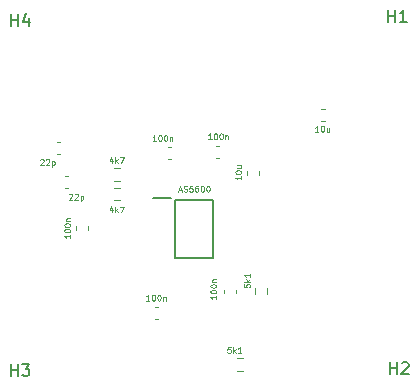
<source format=gbr>
%TF.GenerationSoftware,KiCad,Pcbnew,9.0.7*%
%TF.CreationDate,2026-02-19T19:28:42+05:30*%
%TF.ProjectId,breakout_board,62726561-6b6f-4757-945f-626f6172642e,rev?*%
%TF.SameCoordinates,Original*%
%TF.FileFunction,Legend,Top*%
%TF.FilePolarity,Positive*%
%FSLAX46Y46*%
G04 Gerber Fmt 4.6, Leading zero omitted, Abs format (unit mm)*
G04 Created by KiCad (PCBNEW 9.0.7) date 2026-02-19 19:28:42*
%MOMM*%
%LPD*%
G01*
G04 APERTURE LIST*
%ADD10C,0.125000*%
%ADD11C,0.150000*%
%ADD12C,0.120000*%
%ADD13C,0.200000*%
G04 APERTURE END LIST*
D10*
X129945677Y-71725809D02*
X129659963Y-71725809D01*
X129802820Y-71725809D02*
X129802820Y-71225809D01*
X129802820Y-71225809D02*
X129755201Y-71297238D01*
X129755201Y-71297238D02*
X129707582Y-71344857D01*
X129707582Y-71344857D02*
X129659963Y-71368666D01*
X130255200Y-71225809D02*
X130302819Y-71225809D01*
X130302819Y-71225809D02*
X130350438Y-71249619D01*
X130350438Y-71249619D02*
X130374248Y-71273428D01*
X130374248Y-71273428D02*
X130398057Y-71321047D01*
X130398057Y-71321047D02*
X130421867Y-71416285D01*
X130421867Y-71416285D02*
X130421867Y-71535333D01*
X130421867Y-71535333D02*
X130398057Y-71630571D01*
X130398057Y-71630571D02*
X130374248Y-71678190D01*
X130374248Y-71678190D02*
X130350438Y-71702000D01*
X130350438Y-71702000D02*
X130302819Y-71725809D01*
X130302819Y-71725809D02*
X130255200Y-71725809D01*
X130255200Y-71725809D02*
X130207581Y-71702000D01*
X130207581Y-71702000D02*
X130183772Y-71678190D01*
X130183772Y-71678190D02*
X130159962Y-71630571D01*
X130159962Y-71630571D02*
X130136153Y-71535333D01*
X130136153Y-71535333D02*
X130136153Y-71416285D01*
X130136153Y-71416285D02*
X130159962Y-71321047D01*
X130159962Y-71321047D02*
X130183772Y-71273428D01*
X130183772Y-71273428D02*
X130207581Y-71249619D01*
X130207581Y-71249619D02*
X130255200Y-71225809D01*
X130731390Y-71225809D02*
X130779009Y-71225809D01*
X130779009Y-71225809D02*
X130826628Y-71249619D01*
X130826628Y-71249619D02*
X130850438Y-71273428D01*
X130850438Y-71273428D02*
X130874247Y-71321047D01*
X130874247Y-71321047D02*
X130898057Y-71416285D01*
X130898057Y-71416285D02*
X130898057Y-71535333D01*
X130898057Y-71535333D02*
X130874247Y-71630571D01*
X130874247Y-71630571D02*
X130850438Y-71678190D01*
X130850438Y-71678190D02*
X130826628Y-71702000D01*
X130826628Y-71702000D02*
X130779009Y-71725809D01*
X130779009Y-71725809D02*
X130731390Y-71725809D01*
X130731390Y-71725809D02*
X130683771Y-71702000D01*
X130683771Y-71702000D02*
X130659962Y-71678190D01*
X130659962Y-71678190D02*
X130636152Y-71630571D01*
X130636152Y-71630571D02*
X130612343Y-71535333D01*
X130612343Y-71535333D02*
X130612343Y-71416285D01*
X130612343Y-71416285D02*
X130636152Y-71321047D01*
X130636152Y-71321047D02*
X130659962Y-71273428D01*
X130659962Y-71273428D02*
X130683771Y-71249619D01*
X130683771Y-71249619D02*
X130731390Y-71225809D01*
X131112342Y-71392476D02*
X131112342Y-71725809D01*
X131112342Y-71440095D02*
X131136152Y-71416285D01*
X131136152Y-71416285D02*
X131183771Y-71392476D01*
X131183771Y-71392476D02*
X131255199Y-71392476D01*
X131255199Y-71392476D02*
X131302818Y-71416285D01*
X131302818Y-71416285D02*
X131326628Y-71463904D01*
X131326628Y-71463904D02*
X131326628Y-71725809D01*
X134644677Y-71573409D02*
X134358963Y-71573409D01*
X134501820Y-71573409D02*
X134501820Y-71073409D01*
X134501820Y-71073409D02*
X134454201Y-71144838D01*
X134454201Y-71144838D02*
X134406582Y-71192457D01*
X134406582Y-71192457D02*
X134358963Y-71216266D01*
X134954200Y-71073409D02*
X135001819Y-71073409D01*
X135001819Y-71073409D02*
X135049438Y-71097219D01*
X135049438Y-71097219D02*
X135073248Y-71121028D01*
X135073248Y-71121028D02*
X135097057Y-71168647D01*
X135097057Y-71168647D02*
X135120867Y-71263885D01*
X135120867Y-71263885D02*
X135120867Y-71382933D01*
X135120867Y-71382933D02*
X135097057Y-71478171D01*
X135097057Y-71478171D02*
X135073248Y-71525790D01*
X135073248Y-71525790D02*
X135049438Y-71549600D01*
X135049438Y-71549600D02*
X135001819Y-71573409D01*
X135001819Y-71573409D02*
X134954200Y-71573409D01*
X134954200Y-71573409D02*
X134906581Y-71549600D01*
X134906581Y-71549600D02*
X134882772Y-71525790D01*
X134882772Y-71525790D02*
X134858962Y-71478171D01*
X134858962Y-71478171D02*
X134835153Y-71382933D01*
X134835153Y-71382933D02*
X134835153Y-71263885D01*
X134835153Y-71263885D02*
X134858962Y-71168647D01*
X134858962Y-71168647D02*
X134882772Y-71121028D01*
X134882772Y-71121028D02*
X134906581Y-71097219D01*
X134906581Y-71097219D02*
X134954200Y-71073409D01*
X135430390Y-71073409D02*
X135478009Y-71073409D01*
X135478009Y-71073409D02*
X135525628Y-71097219D01*
X135525628Y-71097219D02*
X135549438Y-71121028D01*
X135549438Y-71121028D02*
X135573247Y-71168647D01*
X135573247Y-71168647D02*
X135597057Y-71263885D01*
X135597057Y-71263885D02*
X135597057Y-71382933D01*
X135597057Y-71382933D02*
X135573247Y-71478171D01*
X135573247Y-71478171D02*
X135549438Y-71525790D01*
X135549438Y-71525790D02*
X135525628Y-71549600D01*
X135525628Y-71549600D02*
X135478009Y-71573409D01*
X135478009Y-71573409D02*
X135430390Y-71573409D01*
X135430390Y-71573409D02*
X135382771Y-71549600D01*
X135382771Y-71549600D02*
X135358962Y-71525790D01*
X135358962Y-71525790D02*
X135335152Y-71478171D01*
X135335152Y-71478171D02*
X135311343Y-71382933D01*
X135311343Y-71382933D02*
X135311343Y-71263885D01*
X135311343Y-71263885D02*
X135335152Y-71168647D01*
X135335152Y-71168647D02*
X135358962Y-71121028D01*
X135358962Y-71121028D02*
X135382771Y-71097219D01*
X135382771Y-71097219D02*
X135430390Y-71073409D01*
X135811342Y-71240076D02*
X135811342Y-71573409D01*
X135811342Y-71287695D02*
X135835152Y-71263885D01*
X135835152Y-71263885D02*
X135882771Y-71240076D01*
X135882771Y-71240076D02*
X135954199Y-71240076D01*
X135954199Y-71240076D02*
X136001818Y-71263885D01*
X136001818Y-71263885D02*
X136025628Y-71311504D01*
X136025628Y-71311504D02*
X136025628Y-71573409D01*
X120144458Y-73305428D02*
X120168267Y-73281619D01*
X120168267Y-73281619D02*
X120215886Y-73257809D01*
X120215886Y-73257809D02*
X120334934Y-73257809D01*
X120334934Y-73257809D02*
X120382553Y-73281619D01*
X120382553Y-73281619D02*
X120406362Y-73305428D01*
X120406362Y-73305428D02*
X120430172Y-73353047D01*
X120430172Y-73353047D02*
X120430172Y-73400666D01*
X120430172Y-73400666D02*
X120406362Y-73472095D01*
X120406362Y-73472095D02*
X120120648Y-73757809D01*
X120120648Y-73757809D02*
X120430172Y-73757809D01*
X120620648Y-73305428D02*
X120644457Y-73281619D01*
X120644457Y-73281619D02*
X120692076Y-73257809D01*
X120692076Y-73257809D02*
X120811124Y-73257809D01*
X120811124Y-73257809D02*
X120858743Y-73281619D01*
X120858743Y-73281619D02*
X120882552Y-73305428D01*
X120882552Y-73305428D02*
X120906362Y-73353047D01*
X120906362Y-73353047D02*
X120906362Y-73400666D01*
X120906362Y-73400666D02*
X120882552Y-73472095D01*
X120882552Y-73472095D02*
X120596838Y-73757809D01*
X120596838Y-73757809D02*
X120906362Y-73757809D01*
X121120647Y-73424476D02*
X121120647Y-73924476D01*
X121120647Y-73448285D02*
X121168266Y-73424476D01*
X121168266Y-73424476D02*
X121263504Y-73424476D01*
X121263504Y-73424476D02*
X121311123Y-73448285D01*
X121311123Y-73448285D02*
X121334933Y-73472095D01*
X121334933Y-73472095D02*
X121358742Y-73519714D01*
X121358742Y-73519714D02*
X121358742Y-73662571D01*
X121358742Y-73662571D02*
X121334933Y-73710190D01*
X121334933Y-73710190D02*
X121311123Y-73734000D01*
X121311123Y-73734000D02*
X121263504Y-73757809D01*
X121263504Y-73757809D02*
X121168266Y-73757809D01*
X121168266Y-73757809D02*
X121120647Y-73734000D01*
X126248362Y-77437676D02*
X126248362Y-77771009D01*
X126129314Y-77247200D02*
X126010267Y-77604342D01*
X126010267Y-77604342D02*
X126319790Y-77604342D01*
X126510266Y-77771009D02*
X126510266Y-77271009D01*
X126557885Y-77580533D02*
X126700742Y-77771009D01*
X126700742Y-77437676D02*
X126510266Y-77628152D01*
X126867409Y-77271009D02*
X127200742Y-77271009D01*
X127200742Y-77271009D02*
X126986457Y-77771009D01*
X137156209Y-74692627D02*
X137156209Y-74978341D01*
X137156209Y-74835484D02*
X136656209Y-74835484D01*
X136656209Y-74835484D02*
X136727638Y-74883103D01*
X136727638Y-74883103D02*
X136775257Y-74930722D01*
X136775257Y-74930722D02*
X136799066Y-74978341D01*
X136656209Y-74383104D02*
X136656209Y-74335485D01*
X136656209Y-74335485D02*
X136680019Y-74287866D01*
X136680019Y-74287866D02*
X136703828Y-74264056D01*
X136703828Y-74264056D02*
X136751447Y-74240247D01*
X136751447Y-74240247D02*
X136846685Y-74216437D01*
X136846685Y-74216437D02*
X136965733Y-74216437D01*
X136965733Y-74216437D02*
X137060971Y-74240247D01*
X137060971Y-74240247D02*
X137108590Y-74264056D01*
X137108590Y-74264056D02*
X137132400Y-74287866D01*
X137132400Y-74287866D02*
X137156209Y-74335485D01*
X137156209Y-74335485D02*
X137156209Y-74383104D01*
X137156209Y-74383104D02*
X137132400Y-74430723D01*
X137132400Y-74430723D02*
X137108590Y-74454532D01*
X137108590Y-74454532D02*
X137060971Y-74478342D01*
X137060971Y-74478342D02*
X136965733Y-74502151D01*
X136965733Y-74502151D02*
X136846685Y-74502151D01*
X136846685Y-74502151D02*
X136751447Y-74478342D01*
X136751447Y-74478342D02*
X136703828Y-74454532D01*
X136703828Y-74454532D02*
X136680019Y-74430723D01*
X136680019Y-74430723D02*
X136656209Y-74383104D01*
X136822876Y-73787866D02*
X137156209Y-73787866D01*
X136822876Y-74002152D02*
X137084780Y-74002152D01*
X137084780Y-74002152D02*
X137132400Y-73978342D01*
X137132400Y-73978342D02*
X137156209Y-73930723D01*
X137156209Y-73930723D02*
X137156209Y-73859295D01*
X137156209Y-73859295D02*
X137132400Y-73811676D01*
X137132400Y-73811676D02*
X137108590Y-73787866D01*
X136254371Y-89158209D02*
X136016276Y-89158209D01*
X136016276Y-89158209D02*
X135992467Y-89396304D01*
X135992467Y-89396304D02*
X136016276Y-89372495D01*
X136016276Y-89372495D02*
X136063895Y-89348685D01*
X136063895Y-89348685D02*
X136182943Y-89348685D01*
X136182943Y-89348685D02*
X136230562Y-89372495D01*
X136230562Y-89372495D02*
X136254371Y-89396304D01*
X136254371Y-89396304D02*
X136278181Y-89443923D01*
X136278181Y-89443923D02*
X136278181Y-89562971D01*
X136278181Y-89562971D02*
X136254371Y-89610590D01*
X136254371Y-89610590D02*
X136230562Y-89634400D01*
X136230562Y-89634400D02*
X136182943Y-89658209D01*
X136182943Y-89658209D02*
X136063895Y-89658209D01*
X136063895Y-89658209D02*
X136016276Y-89634400D01*
X136016276Y-89634400D02*
X135992467Y-89610590D01*
X136492466Y-89658209D02*
X136492466Y-89158209D01*
X136540085Y-89467733D02*
X136682942Y-89658209D01*
X136682942Y-89324876D02*
X136492466Y-89515352D01*
X137159133Y-89658209D02*
X136873419Y-89658209D01*
X137016276Y-89658209D02*
X137016276Y-89158209D01*
X137016276Y-89158209D02*
X136968657Y-89229638D01*
X136968657Y-89229638D02*
X136921038Y-89277257D01*
X136921038Y-89277257D02*
X136873419Y-89301066D01*
X135048009Y-84811322D02*
X135048009Y-85097036D01*
X135048009Y-84954179D02*
X134548009Y-84954179D01*
X134548009Y-84954179D02*
X134619438Y-85001798D01*
X134619438Y-85001798D02*
X134667057Y-85049417D01*
X134667057Y-85049417D02*
X134690866Y-85097036D01*
X134548009Y-84501799D02*
X134548009Y-84454180D01*
X134548009Y-84454180D02*
X134571819Y-84406561D01*
X134571819Y-84406561D02*
X134595628Y-84382751D01*
X134595628Y-84382751D02*
X134643247Y-84358942D01*
X134643247Y-84358942D02*
X134738485Y-84335132D01*
X134738485Y-84335132D02*
X134857533Y-84335132D01*
X134857533Y-84335132D02*
X134952771Y-84358942D01*
X134952771Y-84358942D02*
X135000390Y-84382751D01*
X135000390Y-84382751D02*
X135024200Y-84406561D01*
X135024200Y-84406561D02*
X135048009Y-84454180D01*
X135048009Y-84454180D02*
X135048009Y-84501799D01*
X135048009Y-84501799D02*
X135024200Y-84549418D01*
X135024200Y-84549418D02*
X135000390Y-84573227D01*
X135000390Y-84573227D02*
X134952771Y-84597037D01*
X134952771Y-84597037D02*
X134857533Y-84620846D01*
X134857533Y-84620846D02*
X134738485Y-84620846D01*
X134738485Y-84620846D02*
X134643247Y-84597037D01*
X134643247Y-84597037D02*
X134595628Y-84573227D01*
X134595628Y-84573227D02*
X134571819Y-84549418D01*
X134571819Y-84549418D02*
X134548009Y-84501799D01*
X134548009Y-84025609D02*
X134548009Y-83977990D01*
X134548009Y-83977990D02*
X134571819Y-83930371D01*
X134571819Y-83930371D02*
X134595628Y-83906561D01*
X134595628Y-83906561D02*
X134643247Y-83882752D01*
X134643247Y-83882752D02*
X134738485Y-83858942D01*
X134738485Y-83858942D02*
X134857533Y-83858942D01*
X134857533Y-83858942D02*
X134952771Y-83882752D01*
X134952771Y-83882752D02*
X135000390Y-83906561D01*
X135000390Y-83906561D02*
X135024200Y-83930371D01*
X135024200Y-83930371D02*
X135048009Y-83977990D01*
X135048009Y-83977990D02*
X135048009Y-84025609D01*
X135048009Y-84025609D02*
X135024200Y-84073228D01*
X135024200Y-84073228D02*
X135000390Y-84097037D01*
X135000390Y-84097037D02*
X134952771Y-84120847D01*
X134952771Y-84120847D02*
X134857533Y-84144656D01*
X134857533Y-84144656D02*
X134738485Y-84144656D01*
X134738485Y-84144656D02*
X134643247Y-84120847D01*
X134643247Y-84120847D02*
X134595628Y-84097037D01*
X134595628Y-84097037D02*
X134571819Y-84073228D01*
X134571819Y-84073228D02*
X134548009Y-84025609D01*
X134714676Y-83644657D02*
X135048009Y-83644657D01*
X134762295Y-83644657D02*
X134738485Y-83620847D01*
X134738485Y-83620847D02*
X134714676Y-83573228D01*
X134714676Y-83573228D02*
X134714676Y-83501800D01*
X134714676Y-83501800D02*
X134738485Y-83454181D01*
X134738485Y-83454181D02*
X134786104Y-83430371D01*
X134786104Y-83430371D02*
X135048009Y-83430371D01*
X122678209Y-79655122D02*
X122678209Y-79940836D01*
X122678209Y-79797979D02*
X122178209Y-79797979D01*
X122178209Y-79797979D02*
X122249638Y-79845598D01*
X122249638Y-79845598D02*
X122297257Y-79893217D01*
X122297257Y-79893217D02*
X122321066Y-79940836D01*
X122178209Y-79345599D02*
X122178209Y-79297980D01*
X122178209Y-79297980D02*
X122202019Y-79250361D01*
X122202019Y-79250361D02*
X122225828Y-79226551D01*
X122225828Y-79226551D02*
X122273447Y-79202742D01*
X122273447Y-79202742D02*
X122368685Y-79178932D01*
X122368685Y-79178932D02*
X122487733Y-79178932D01*
X122487733Y-79178932D02*
X122582971Y-79202742D01*
X122582971Y-79202742D02*
X122630590Y-79226551D01*
X122630590Y-79226551D02*
X122654400Y-79250361D01*
X122654400Y-79250361D02*
X122678209Y-79297980D01*
X122678209Y-79297980D02*
X122678209Y-79345599D01*
X122678209Y-79345599D02*
X122654400Y-79393218D01*
X122654400Y-79393218D02*
X122630590Y-79417027D01*
X122630590Y-79417027D02*
X122582971Y-79440837D01*
X122582971Y-79440837D02*
X122487733Y-79464646D01*
X122487733Y-79464646D02*
X122368685Y-79464646D01*
X122368685Y-79464646D02*
X122273447Y-79440837D01*
X122273447Y-79440837D02*
X122225828Y-79417027D01*
X122225828Y-79417027D02*
X122202019Y-79393218D01*
X122202019Y-79393218D02*
X122178209Y-79345599D01*
X122178209Y-78869409D02*
X122178209Y-78821790D01*
X122178209Y-78821790D02*
X122202019Y-78774171D01*
X122202019Y-78774171D02*
X122225828Y-78750361D01*
X122225828Y-78750361D02*
X122273447Y-78726552D01*
X122273447Y-78726552D02*
X122368685Y-78702742D01*
X122368685Y-78702742D02*
X122487733Y-78702742D01*
X122487733Y-78702742D02*
X122582971Y-78726552D01*
X122582971Y-78726552D02*
X122630590Y-78750361D01*
X122630590Y-78750361D02*
X122654400Y-78774171D01*
X122654400Y-78774171D02*
X122678209Y-78821790D01*
X122678209Y-78821790D02*
X122678209Y-78869409D01*
X122678209Y-78869409D02*
X122654400Y-78917028D01*
X122654400Y-78917028D02*
X122630590Y-78940837D01*
X122630590Y-78940837D02*
X122582971Y-78964647D01*
X122582971Y-78964647D02*
X122487733Y-78988456D01*
X122487733Y-78988456D02*
X122368685Y-78988456D01*
X122368685Y-78988456D02*
X122273447Y-78964647D01*
X122273447Y-78964647D02*
X122225828Y-78940837D01*
X122225828Y-78940837D02*
X122202019Y-78917028D01*
X122202019Y-78917028D02*
X122178209Y-78869409D01*
X122344876Y-78488457D02*
X122678209Y-78488457D01*
X122392495Y-78488457D02*
X122368685Y-78464647D01*
X122368685Y-78464647D02*
X122344876Y-78417028D01*
X122344876Y-78417028D02*
X122344876Y-78345600D01*
X122344876Y-78345600D02*
X122368685Y-78297981D01*
X122368685Y-78297981D02*
X122416304Y-78274171D01*
X122416304Y-78274171D02*
X122678209Y-78274171D01*
D11*
X149606095Y-61641419D02*
X149606095Y-60641419D01*
X149606095Y-61117609D02*
X150177523Y-61117609D01*
X150177523Y-61641419D02*
X150177523Y-60641419D01*
X151177523Y-61641419D02*
X150606095Y-61641419D01*
X150891809Y-61641419D02*
X150891809Y-60641419D01*
X150891809Y-60641419D02*
X150796571Y-60784276D01*
X150796571Y-60784276D02*
X150701333Y-60879514D01*
X150701333Y-60879514D02*
X150606095Y-60927133D01*
X149758495Y-91461019D02*
X149758495Y-90461019D01*
X149758495Y-90937209D02*
X150329923Y-90937209D01*
X150329923Y-91461019D02*
X150329923Y-90461019D01*
X150758495Y-90556257D02*
X150806114Y-90508638D01*
X150806114Y-90508638D02*
X150901352Y-90461019D01*
X150901352Y-90461019D02*
X151139447Y-90461019D01*
X151139447Y-90461019D02*
X151234685Y-90508638D01*
X151234685Y-90508638D02*
X151282304Y-90556257D01*
X151282304Y-90556257D02*
X151329923Y-90651495D01*
X151329923Y-90651495D02*
X151329923Y-90746733D01*
X151329923Y-90746733D02*
X151282304Y-90889590D01*
X151282304Y-90889590D02*
X150710876Y-91461019D01*
X150710876Y-91461019D02*
X151329923Y-91461019D01*
X117652895Y-91613419D02*
X117652895Y-90613419D01*
X117652895Y-91089609D02*
X118224323Y-91089609D01*
X118224323Y-91613419D02*
X118224323Y-90613419D01*
X118605276Y-90613419D02*
X119224323Y-90613419D01*
X119224323Y-90613419D02*
X118890990Y-90994371D01*
X118890990Y-90994371D02*
X119033847Y-90994371D01*
X119033847Y-90994371D02*
X119129085Y-91041990D01*
X119129085Y-91041990D02*
X119176704Y-91089609D01*
X119176704Y-91089609D02*
X119224323Y-91184847D01*
X119224323Y-91184847D02*
X119224323Y-91422942D01*
X119224323Y-91422942D02*
X119176704Y-91518180D01*
X119176704Y-91518180D02*
X119129085Y-91565800D01*
X119129085Y-91565800D02*
X119033847Y-91613419D01*
X119033847Y-91613419D02*
X118748133Y-91613419D01*
X118748133Y-91613419D02*
X118652895Y-91565800D01*
X118652895Y-91565800D02*
X118605276Y-91518180D01*
X117678295Y-61971619D02*
X117678295Y-60971619D01*
X117678295Y-61447809D02*
X118249723Y-61447809D01*
X118249723Y-61971619D02*
X118249723Y-60971619D01*
X119154485Y-61304952D02*
X119154485Y-61971619D01*
X118916390Y-60924000D02*
X118678295Y-61638285D01*
X118678295Y-61638285D02*
X119297342Y-61638285D01*
D10*
X143696572Y-70938409D02*
X143410858Y-70938409D01*
X143553715Y-70938409D02*
X143553715Y-70438409D01*
X143553715Y-70438409D02*
X143506096Y-70509838D01*
X143506096Y-70509838D02*
X143458477Y-70557457D01*
X143458477Y-70557457D02*
X143410858Y-70581266D01*
X144006095Y-70438409D02*
X144053714Y-70438409D01*
X144053714Y-70438409D02*
X144101333Y-70462219D01*
X144101333Y-70462219D02*
X144125143Y-70486028D01*
X144125143Y-70486028D02*
X144148952Y-70533647D01*
X144148952Y-70533647D02*
X144172762Y-70628885D01*
X144172762Y-70628885D02*
X144172762Y-70747933D01*
X144172762Y-70747933D02*
X144148952Y-70843171D01*
X144148952Y-70843171D02*
X144125143Y-70890790D01*
X144125143Y-70890790D02*
X144101333Y-70914600D01*
X144101333Y-70914600D02*
X144053714Y-70938409D01*
X144053714Y-70938409D02*
X144006095Y-70938409D01*
X144006095Y-70938409D02*
X143958476Y-70914600D01*
X143958476Y-70914600D02*
X143934667Y-70890790D01*
X143934667Y-70890790D02*
X143910857Y-70843171D01*
X143910857Y-70843171D02*
X143887048Y-70747933D01*
X143887048Y-70747933D02*
X143887048Y-70628885D01*
X143887048Y-70628885D02*
X143910857Y-70533647D01*
X143910857Y-70533647D02*
X143934667Y-70486028D01*
X143934667Y-70486028D02*
X143958476Y-70462219D01*
X143958476Y-70462219D02*
X144006095Y-70438409D01*
X144601333Y-70605076D02*
X144601333Y-70938409D01*
X144387047Y-70605076D02*
X144387047Y-70866980D01*
X144387047Y-70866980D02*
X144410857Y-70914600D01*
X144410857Y-70914600D02*
X144458476Y-70938409D01*
X144458476Y-70938409D02*
X144529904Y-70938409D01*
X144529904Y-70938409D02*
X144577523Y-70914600D01*
X144577523Y-70914600D02*
X144601333Y-70890790D01*
X131862678Y-75875552D02*
X132100773Y-75875552D01*
X131815059Y-76018409D02*
X131981725Y-75518409D01*
X131981725Y-75518409D02*
X132148392Y-76018409D01*
X132291249Y-75994600D02*
X132362677Y-76018409D01*
X132362677Y-76018409D02*
X132481725Y-76018409D01*
X132481725Y-76018409D02*
X132529344Y-75994600D01*
X132529344Y-75994600D02*
X132553153Y-75970790D01*
X132553153Y-75970790D02*
X132576963Y-75923171D01*
X132576963Y-75923171D02*
X132576963Y-75875552D01*
X132576963Y-75875552D02*
X132553153Y-75827933D01*
X132553153Y-75827933D02*
X132529344Y-75804123D01*
X132529344Y-75804123D02*
X132481725Y-75780314D01*
X132481725Y-75780314D02*
X132386487Y-75756504D01*
X132386487Y-75756504D02*
X132338868Y-75732695D01*
X132338868Y-75732695D02*
X132315058Y-75708885D01*
X132315058Y-75708885D02*
X132291249Y-75661266D01*
X132291249Y-75661266D02*
X132291249Y-75613647D01*
X132291249Y-75613647D02*
X132315058Y-75566028D01*
X132315058Y-75566028D02*
X132338868Y-75542219D01*
X132338868Y-75542219D02*
X132386487Y-75518409D01*
X132386487Y-75518409D02*
X132505534Y-75518409D01*
X132505534Y-75518409D02*
X132576963Y-75542219D01*
X133029343Y-75518409D02*
X132791248Y-75518409D01*
X132791248Y-75518409D02*
X132767439Y-75756504D01*
X132767439Y-75756504D02*
X132791248Y-75732695D01*
X132791248Y-75732695D02*
X132838867Y-75708885D01*
X132838867Y-75708885D02*
X132957915Y-75708885D01*
X132957915Y-75708885D02*
X133005534Y-75732695D01*
X133005534Y-75732695D02*
X133029343Y-75756504D01*
X133029343Y-75756504D02*
X133053153Y-75804123D01*
X133053153Y-75804123D02*
X133053153Y-75923171D01*
X133053153Y-75923171D02*
X133029343Y-75970790D01*
X133029343Y-75970790D02*
X133005534Y-75994600D01*
X133005534Y-75994600D02*
X132957915Y-76018409D01*
X132957915Y-76018409D02*
X132838867Y-76018409D01*
X132838867Y-76018409D02*
X132791248Y-75994600D01*
X132791248Y-75994600D02*
X132767439Y-75970790D01*
X133481724Y-75518409D02*
X133386486Y-75518409D01*
X133386486Y-75518409D02*
X133338867Y-75542219D01*
X133338867Y-75542219D02*
X133315057Y-75566028D01*
X133315057Y-75566028D02*
X133267438Y-75637457D01*
X133267438Y-75637457D02*
X133243629Y-75732695D01*
X133243629Y-75732695D02*
X133243629Y-75923171D01*
X133243629Y-75923171D02*
X133267438Y-75970790D01*
X133267438Y-75970790D02*
X133291248Y-75994600D01*
X133291248Y-75994600D02*
X133338867Y-76018409D01*
X133338867Y-76018409D02*
X133434105Y-76018409D01*
X133434105Y-76018409D02*
X133481724Y-75994600D01*
X133481724Y-75994600D02*
X133505533Y-75970790D01*
X133505533Y-75970790D02*
X133529343Y-75923171D01*
X133529343Y-75923171D02*
X133529343Y-75804123D01*
X133529343Y-75804123D02*
X133505533Y-75756504D01*
X133505533Y-75756504D02*
X133481724Y-75732695D01*
X133481724Y-75732695D02*
X133434105Y-75708885D01*
X133434105Y-75708885D02*
X133338867Y-75708885D01*
X133338867Y-75708885D02*
X133291248Y-75732695D01*
X133291248Y-75732695D02*
X133267438Y-75756504D01*
X133267438Y-75756504D02*
X133243629Y-75804123D01*
X133838866Y-75518409D02*
X133886485Y-75518409D01*
X133886485Y-75518409D02*
X133934104Y-75542219D01*
X133934104Y-75542219D02*
X133957914Y-75566028D01*
X133957914Y-75566028D02*
X133981723Y-75613647D01*
X133981723Y-75613647D02*
X134005533Y-75708885D01*
X134005533Y-75708885D02*
X134005533Y-75827933D01*
X134005533Y-75827933D02*
X133981723Y-75923171D01*
X133981723Y-75923171D02*
X133957914Y-75970790D01*
X133957914Y-75970790D02*
X133934104Y-75994600D01*
X133934104Y-75994600D02*
X133886485Y-76018409D01*
X133886485Y-76018409D02*
X133838866Y-76018409D01*
X133838866Y-76018409D02*
X133791247Y-75994600D01*
X133791247Y-75994600D02*
X133767438Y-75970790D01*
X133767438Y-75970790D02*
X133743628Y-75923171D01*
X133743628Y-75923171D02*
X133719819Y-75827933D01*
X133719819Y-75827933D02*
X133719819Y-75708885D01*
X133719819Y-75708885D02*
X133743628Y-75613647D01*
X133743628Y-75613647D02*
X133767438Y-75566028D01*
X133767438Y-75566028D02*
X133791247Y-75542219D01*
X133791247Y-75542219D02*
X133838866Y-75518409D01*
X134315056Y-75518409D02*
X134362675Y-75518409D01*
X134362675Y-75518409D02*
X134410294Y-75542219D01*
X134410294Y-75542219D02*
X134434104Y-75566028D01*
X134434104Y-75566028D02*
X134457913Y-75613647D01*
X134457913Y-75613647D02*
X134481723Y-75708885D01*
X134481723Y-75708885D02*
X134481723Y-75827933D01*
X134481723Y-75827933D02*
X134457913Y-75923171D01*
X134457913Y-75923171D02*
X134434104Y-75970790D01*
X134434104Y-75970790D02*
X134410294Y-75994600D01*
X134410294Y-75994600D02*
X134362675Y-76018409D01*
X134362675Y-76018409D02*
X134315056Y-76018409D01*
X134315056Y-76018409D02*
X134267437Y-75994600D01*
X134267437Y-75994600D02*
X134243628Y-75970790D01*
X134243628Y-75970790D02*
X134219818Y-75923171D01*
X134219818Y-75923171D02*
X134196009Y-75827933D01*
X134196009Y-75827933D02*
X134196009Y-75708885D01*
X134196009Y-75708885D02*
X134219818Y-75613647D01*
X134219818Y-75613647D02*
X134243628Y-75566028D01*
X134243628Y-75566028D02*
X134267437Y-75542219D01*
X134267437Y-75542219D02*
X134315056Y-75518409D01*
X122582858Y-76226428D02*
X122606667Y-76202619D01*
X122606667Y-76202619D02*
X122654286Y-76178809D01*
X122654286Y-76178809D02*
X122773334Y-76178809D01*
X122773334Y-76178809D02*
X122820953Y-76202619D01*
X122820953Y-76202619D02*
X122844762Y-76226428D01*
X122844762Y-76226428D02*
X122868572Y-76274047D01*
X122868572Y-76274047D02*
X122868572Y-76321666D01*
X122868572Y-76321666D02*
X122844762Y-76393095D01*
X122844762Y-76393095D02*
X122559048Y-76678809D01*
X122559048Y-76678809D02*
X122868572Y-76678809D01*
X123059048Y-76226428D02*
X123082857Y-76202619D01*
X123082857Y-76202619D02*
X123130476Y-76178809D01*
X123130476Y-76178809D02*
X123249524Y-76178809D01*
X123249524Y-76178809D02*
X123297143Y-76202619D01*
X123297143Y-76202619D02*
X123320952Y-76226428D01*
X123320952Y-76226428D02*
X123344762Y-76274047D01*
X123344762Y-76274047D02*
X123344762Y-76321666D01*
X123344762Y-76321666D02*
X123320952Y-76393095D01*
X123320952Y-76393095D02*
X123035238Y-76678809D01*
X123035238Y-76678809D02*
X123344762Y-76678809D01*
X123559047Y-76345476D02*
X123559047Y-76845476D01*
X123559047Y-76369285D02*
X123606666Y-76345476D01*
X123606666Y-76345476D02*
X123701904Y-76345476D01*
X123701904Y-76345476D02*
X123749523Y-76369285D01*
X123749523Y-76369285D02*
X123773333Y-76393095D01*
X123773333Y-76393095D02*
X123797142Y-76440714D01*
X123797142Y-76440714D02*
X123797142Y-76583571D01*
X123797142Y-76583571D02*
X123773333Y-76631190D01*
X123773333Y-76631190D02*
X123749523Y-76655000D01*
X123749523Y-76655000D02*
X123701904Y-76678809D01*
X123701904Y-76678809D02*
X123606666Y-76678809D01*
X123606666Y-76678809D02*
X123559047Y-76655000D01*
X126248362Y-73246676D02*
X126248362Y-73580009D01*
X126129314Y-73056200D02*
X126010267Y-73413342D01*
X126010267Y-73413342D02*
X126319790Y-73413342D01*
X126510266Y-73580009D02*
X126510266Y-73080009D01*
X126557885Y-73389533D02*
X126700742Y-73580009D01*
X126700742Y-73246676D02*
X126510266Y-73437152D01*
X126867409Y-73080009D02*
X127200742Y-73080009D01*
X127200742Y-73080009D02*
X126986457Y-73580009D01*
X129386877Y-85238609D02*
X129101163Y-85238609D01*
X129244020Y-85238609D02*
X129244020Y-84738609D01*
X129244020Y-84738609D02*
X129196401Y-84810038D01*
X129196401Y-84810038D02*
X129148782Y-84857657D01*
X129148782Y-84857657D02*
X129101163Y-84881466D01*
X129696400Y-84738609D02*
X129744019Y-84738609D01*
X129744019Y-84738609D02*
X129791638Y-84762419D01*
X129791638Y-84762419D02*
X129815448Y-84786228D01*
X129815448Y-84786228D02*
X129839257Y-84833847D01*
X129839257Y-84833847D02*
X129863067Y-84929085D01*
X129863067Y-84929085D02*
X129863067Y-85048133D01*
X129863067Y-85048133D02*
X129839257Y-85143371D01*
X129839257Y-85143371D02*
X129815448Y-85190990D01*
X129815448Y-85190990D02*
X129791638Y-85214800D01*
X129791638Y-85214800D02*
X129744019Y-85238609D01*
X129744019Y-85238609D02*
X129696400Y-85238609D01*
X129696400Y-85238609D02*
X129648781Y-85214800D01*
X129648781Y-85214800D02*
X129624972Y-85190990D01*
X129624972Y-85190990D02*
X129601162Y-85143371D01*
X129601162Y-85143371D02*
X129577353Y-85048133D01*
X129577353Y-85048133D02*
X129577353Y-84929085D01*
X129577353Y-84929085D02*
X129601162Y-84833847D01*
X129601162Y-84833847D02*
X129624972Y-84786228D01*
X129624972Y-84786228D02*
X129648781Y-84762419D01*
X129648781Y-84762419D02*
X129696400Y-84738609D01*
X130172590Y-84738609D02*
X130220209Y-84738609D01*
X130220209Y-84738609D02*
X130267828Y-84762419D01*
X130267828Y-84762419D02*
X130291638Y-84786228D01*
X130291638Y-84786228D02*
X130315447Y-84833847D01*
X130315447Y-84833847D02*
X130339257Y-84929085D01*
X130339257Y-84929085D02*
X130339257Y-85048133D01*
X130339257Y-85048133D02*
X130315447Y-85143371D01*
X130315447Y-85143371D02*
X130291638Y-85190990D01*
X130291638Y-85190990D02*
X130267828Y-85214800D01*
X130267828Y-85214800D02*
X130220209Y-85238609D01*
X130220209Y-85238609D02*
X130172590Y-85238609D01*
X130172590Y-85238609D02*
X130124971Y-85214800D01*
X130124971Y-85214800D02*
X130101162Y-85190990D01*
X130101162Y-85190990D02*
X130077352Y-85143371D01*
X130077352Y-85143371D02*
X130053543Y-85048133D01*
X130053543Y-85048133D02*
X130053543Y-84929085D01*
X130053543Y-84929085D02*
X130077352Y-84833847D01*
X130077352Y-84833847D02*
X130101162Y-84786228D01*
X130101162Y-84786228D02*
X130124971Y-84762419D01*
X130124971Y-84762419D02*
X130172590Y-84738609D01*
X130553542Y-84905276D02*
X130553542Y-85238609D01*
X130553542Y-84952895D02*
X130577352Y-84929085D01*
X130577352Y-84929085D02*
X130624971Y-84905276D01*
X130624971Y-84905276D02*
X130696399Y-84905276D01*
X130696399Y-84905276D02*
X130744018Y-84929085D01*
X130744018Y-84929085D02*
X130767828Y-84976704D01*
X130767828Y-84976704D02*
X130767828Y-85238609D01*
X137392809Y-83862028D02*
X137392809Y-84100123D01*
X137392809Y-84100123D02*
X137630904Y-84123932D01*
X137630904Y-84123932D02*
X137607095Y-84100123D01*
X137607095Y-84100123D02*
X137583285Y-84052504D01*
X137583285Y-84052504D02*
X137583285Y-83933456D01*
X137583285Y-83933456D02*
X137607095Y-83885837D01*
X137607095Y-83885837D02*
X137630904Y-83862028D01*
X137630904Y-83862028D02*
X137678523Y-83838218D01*
X137678523Y-83838218D02*
X137797571Y-83838218D01*
X137797571Y-83838218D02*
X137845190Y-83862028D01*
X137845190Y-83862028D02*
X137869000Y-83885837D01*
X137869000Y-83885837D02*
X137892809Y-83933456D01*
X137892809Y-83933456D02*
X137892809Y-84052504D01*
X137892809Y-84052504D02*
X137869000Y-84100123D01*
X137869000Y-84100123D02*
X137845190Y-84123932D01*
X137892809Y-83623933D02*
X137392809Y-83623933D01*
X137702333Y-83576314D02*
X137892809Y-83433457D01*
X137559476Y-83433457D02*
X137749952Y-83623933D01*
X137892809Y-82957266D02*
X137892809Y-83242980D01*
X137892809Y-83100123D02*
X137392809Y-83100123D01*
X137392809Y-83100123D02*
X137464238Y-83147742D01*
X137464238Y-83147742D02*
X137511857Y-83195361D01*
X137511857Y-83195361D02*
X137535666Y-83242980D01*
D12*
%TO.C,10u*%
X144215067Y-69035200D02*
X143922533Y-69035200D01*
X144215067Y-70055200D02*
X143922533Y-70055200D01*
D13*
%TO.C,AS5600*%
X129722200Y-76591800D02*
X131222200Y-76591800D01*
X131572200Y-76721800D02*
X134772200Y-76721800D01*
X131572200Y-81621800D02*
X131572200Y-76721800D01*
X134772200Y-76721800D02*
X134772200Y-81621800D01*
X134772200Y-81621800D02*
X131572200Y-81621800D01*
D12*
%TO.C,DC4*%
X135710200Y-84601267D02*
X135710200Y-84308733D01*
X136730200Y-84601267D02*
X136730200Y-84308733D01*
%TO.C,C7*%
X121812267Y-71778400D02*
X121519733Y-71778400D01*
X121812267Y-72798400D02*
X121519733Y-72798400D01*
%TO.C,22p*%
X122206633Y-74724800D02*
X122499167Y-74724800D01*
X122206633Y-75744800D02*
X122499167Y-75744800D01*
%TO.C,C6*%
X130917733Y-72210200D02*
X131210267Y-72210200D01*
X130917733Y-73230200D02*
X131210267Y-73230200D01*
%TO.C,C9*%
X137666000Y-74569367D02*
X137666000Y-74276833D01*
X138686000Y-74569367D02*
X138686000Y-74276833D01*
%TO.C,R2*%
X126924524Y-75702900D02*
X126415076Y-75702900D01*
X126924524Y-76747900D02*
X126415076Y-76747900D01*
%TO.C,R4*%
X136829076Y-90130100D02*
X137338524Y-90130100D01*
X136829076Y-91175100D02*
X137338524Y-91175100D01*
%TO.C,4k7*%
X126364276Y-74051900D02*
X126873724Y-74051900D01*
X126364276Y-75096900D02*
X126873724Y-75096900D01*
%TO.C,100n*%
X129850933Y-85748400D02*
X130143467Y-85748400D01*
X129850933Y-86768400D02*
X130143467Y-86768400D01*
%TO.C,DC*%
X135299667Y-72184800D02*
X135007133Y-72184800D01*
X135299667Y-73204800D02*
X135007133Y-73204800D01*
X123188000Y-78949333D02*
X123188000Y-79241867D01*
X124208000Y-78949333D02*
X124208000Y-79241867D01*
%TO.C,5k1*%
X138313900Y-84172976D02*
X138313900Y-84682424D01*
X139358900Y-84172976D02*
X139358900Y-84682424D01*
%TD*%
M02*

</source>
